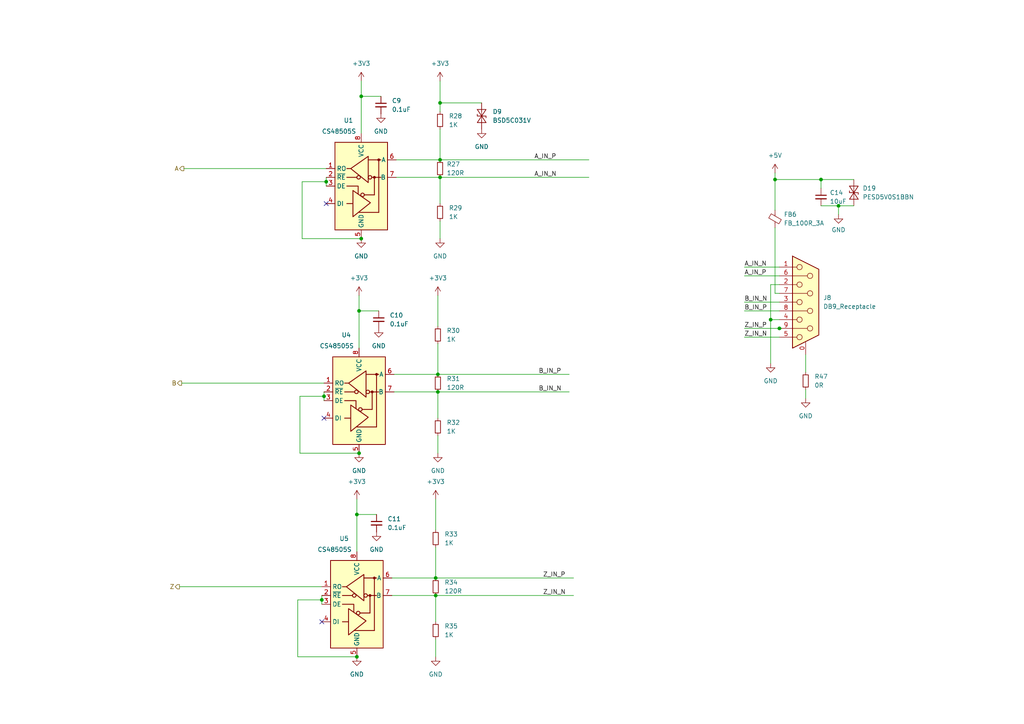
<source format=kicad_sch>
(kicad_sch (version 20230121) (generator eeschema)
  (paper "A4")
  (lib_symbols
    (symbol "Device:C_Small" (pin_numbers hide) (pin_names (offset 0.254) hide)
      (property "Reference" "C" (at 0.254 1.778 0))
      (property "Value" "C_Small" (at 0.254 -2.032 0))
      (symbol "C_Small_0_1"
        (polyline (pts (xy -1.524 -0.508) (xy 1.524 -0.508)) (stroke (width 0.3302)))
        (polyline (pts (xy -1.524 0.508) (xy 1.524 0.508)) (stroke (width 0.3048)))
      )
      (symbol "C_Small_1_1"
        (pin passive line (at 0 2.54 270) (length 2.032) (name "~") (number "1"))
        (pin passive line (at 0 -2.54 90) (length 2.032) (name "~") (number "2"))
      )
    )
    (symbol "Device:R_Small" (pin_numbers hide) (pin_names (offset 0.254) hide)
      (property "Reference" "R" (at 0.762 0.508 0))
      (property "Value" "R_Small" (at 0.762 -1.016 0))
      (symbol "R_Small_0_1"
        (rectangle (start -0.762 1.778) (end 0.762 -1.778) (stroke (width 0.2032)))
      )
      (symbol "R_Small_1_1"
        (pin passive line (at 0 2.54 270) (length 0.762) (name "~") (number "1"))
        (pin passive line (at 0 -2.54 90) (length 0.762) (name "~") (number "2"))
      )
    )
    (symbol "hadv-connectors:DB9_Receptacle" (pin_names (offset 1.016) hide)
      (property "Reference" "J" (at 0 16.51 0))
      (property "Value" "DB9_Receptacle" (at 0 14.605 0))
      (symbol "DB9_Receptacle_0_1"
        (circle (center -1.778 -10.16) (radius 0.762))
        (circle (center -1.778 -5.08) (radius 0.762))
        (circle (center -1.778 0) (radius 0.762))
        (circle (center -1.778 5.08) (radius 0.762))
        (circle (center -1.778 10.16) (radius 0.762))
        (polyline (pts (xy -3.81 -10.16) (xy -2.54 -10.16)))
        (polyline (pts (xy -3.81 -7.62) (xy 0.508 -7.62)))
        (polyline (pts (xy -3.81 -5.08) (xy -2.54 -5.08)))
        (polyline (pts (xy -3.81 -2.54) (xy 0.508 -2.54)))
        (polyline (pts (xy -3.81 0) (xy -2.54 0)))
        (polyline (pts (xy -3.81 2.54) (xy 0.508 2.54)))
        (polyline (pts (xy -3.81 5.08) (xy -2.54 5.08)))
        (polyline (pts (xy -3.81 7.62) (xy 0.508 7.62)))
        (polyline (pts (xy -3.81 10.16) (xy -2.54 10.16)))
        (polyline (pts (xy -3.81 13.335) (xy -3.81 -13.335) (xy 3.81 -9.525) (xy 3.81 9.525) (xy -3.81 13.335)) (stroke (width 0.254)) (fill (type background)))
        (circle (center 1.27 -7.62) (radius 0.762))
        (circle (center 1.27 -2.54) (radius 0.762))
        (circle (center 1.27 2.54) (radius 0.762))
        (circle (center 1.27 7.62) (radius 0.762))
      )
      (symbol "DB9_Receptacle_1_1"
        (pin passive line (at 0 -15.24 90) (length 3.81) (name "PAD") (number "0"))
        (pin passive line (at -7.62 10.16 0) (length 3.81) (name "1") (number "1"))
        (pin passive line (at -7.62 5.08 0) (length 3.81) (name "2") (number "2"))
        (pin passive line (at -7.62 0 0) (length 3.81) (name "3") (number "3"))
        (pin passive line (at -7.62 -5.08 0) (length 3.81) (name "4") (number "4"))
        (pin passive line (at -7.62 -10.16 0) (length 3.81) (name "5") (number "5"))
        (pin passive line (at -7.62 7.62 0) (length 3.81) (name "6") (number "6"))
        (pin passive line (at -7.62 2.54 0) (length 3.81) (name "7") (number "7"))
        (pin passive line (at -7.62 -2.54 0) (length 3.81) (name "8") (number "8"))
        (pin passive line (at -7.62 -7.62 0) (length 3.81) (name "9") (number "9"))
      )
    )
    (symbol "hadv-interface:CS48505S"
      (property "Reference" "U" (at -6.985 13.97 0))
      (property "Value" "CS48505S" (at 7.62 13.97 0))
      (symbol "CS48505S_0_1"
        (rectangle (start -7.62 12.7) (end 7.62 -12.7) (stroke (width 0.254)) (fill (type background)))
        (polyline (pts (xy -4.191 2.54) (xy -1.27 2.54)) (stroke (width 0.254)))
        (polyline (pts (xy -2.54 -5.08) (xy -4.191 -5.08)) (stroke (width 0.254)))
        (polyline (pts (xy -0.635 -7.62) (xy 5.08 -7.62)) (stroke (width 0.254)))
        (polyline (pts (xy 0.889 -2.54) (xy 3.81 -2.54)) (stroke (width 0.254)))
        (polyline (pts (xy 2.032 7.62) (xy 5.715 7.62)) (stroke (width 0.254)))
        (polyline (pts (xy 3.048 2.54) (xy 5.715 2.54)) (stroke (width 0.254)))
        (polyline (pts (xy 3.81 -2.54) (xy 3.81 2.54)) (stroke (width 0.254)))
        (polyline (pts (xy 5.08 -7.62) (xy 5.08 7.62)) (stroke (width 0.254)))
        (polyline (pts (xy -4.191 0) (xy -0.889 0) (xy -0.889 -2.286)) (stroke (width 0.254)))
        (polyline (pts (xy -3.175 5.08) (xy -4.191 5.08) (xy -4.064 5.08)) (stroke (width 0.254)))
        (polyline (pts (xy -2.413 -5.08) (xy -2.413 -1.27) (xy 2.667 -4.826) (xy -2.413 -8.89) (xy -2.413 -5.08)) (stroke (width 0.254)))
        (circle (center 0.381 -2.54) (radius 0.508) (stroke (width 0.254)))
        (circle (center 3.81 2.54) (radius 0.2794) (stroke (width 0.254)) (fill (type outline)))
      )
      (symbol "CS48505S_1_1"
        (circle (center -0.762 2.54) (radius 0.508) (stroke (width 0.254)))
        (polyline (pts (xy 2.032 4.826) (xy 2.032 8.636) (xy -3.048 5.08) (xy 2.032 1.016) (xy 2.032 4.826)) (stroke (width 0.254)))
        (circle (center 2.54 2.54) (radius 0.508) (stroke (width 0.254)))
        (circle (center 5.08 7.62) (radius 0.2794) (stroke (width 0.254)) (fill (type outline)))
        (pin output line (at -10.16 5.08 0) (length 2.54) (name "RO") (number "1"))
        (pin input line (at -10.16 2.54 0) (length 2.54) (name "~{RE}") (number "2"))
        (pin input line (at -10.16 0 0) (length 2.54) (name "DE") (number "3"))
        (pin input line (at -10.16 -5.08 0) (length 2.54) (name "DI") (number "4"))
        (pin power_in line (at 0 -15.24 90) (length 2.54) (name "GND") (number "5"))
        (pin bidirectional line (at 10.16 7.62 180) (length 2.54) (name "A") (number "6"))
        (pin bidirectional line (at 10.16 2.54 180) (length 2.54) (name "B") (number "7"))
        (pin power_in line (at 0 15.24 270) (length 2.54) (name "VCC") (number "8"))
      )
    )
    (symbol "hadv-passives:FB_100R_3A" (pin_numbers hide) (pin_names (offset 0))
      (property "Reference" "FB" (at 1.905 1.27 0))
      (property "Value" "FB_100R_3A" (at 1.905 -1.27 0))
      (symbol "FB_100R_3A_0_1"
        (polyline (pts (xy 0 -1.27) (xy 0 -0.7874)))
        (polyline (pts (xy 0 0.889) (xy 0 1.2954)))
        (polyline (pts (xy -1.8288 0.2794) (xy -1.1176 1.4986) (xy 1.8288 -0.2032) (xy 1.1176 -1.4224) (xy -1.8288 0.2794)))
      )
      (symbol "FB_100R_3A_1_1"
        (pin passive line (at 0 2.54 270) (length 1.27) (name "~") (number "1"))
        (pin passive line (at 0 -2.54 90) (length 1.27) (name "~") (number "2"))
      )
    )
    (symbol "hadv-protection:BSD5C031V" (pin_numbers hide) (pin_names (offset 1.016) hide)
      (property "Reference" "D" (at 0 2.54 0))
      (property "Value" "BSD5C031V" (at 0 -2.54 0))
      (symbol "BSD5C031V_0_1"
        (polyline (pts (xy 1.27 0) (xy -1.27 0)))
        (polyline (pts (xy -1.905 -1.27) (xy 0 0) (xy -1.905 1.27) (xy -1.905 -1.27)) (stroke (width 0.2032)))
        (polyline (pts (xy 0.508 1.27) (xy 0 1.27) (xy 0 -1.27) (xy -0.508 -1.27)) (stroke (width 0.2032)))
        (polyline (pts (xy 1.905 1.27) (xy 1.905 -1.27) (xy 0 0) (xy 1.905 1.27)) (stroke (width 0.2032)))
      )
      (symbol "BSD5C031V_1_1"
        (pin passive line (at -3.81 0 0) (length 2.54) (name "A1") (number "1"))
        (pin passive line (at 3.81 0 180) (length 2.54) (name "A2") (number "2"))
      )
    )
    (symbol "hadv-protection:PESD5V0S1BBN" (pin_numbers hide) (pin_names (offset 1.016) hide)
      (property "Reference" "D" (at 0 2.54 0))
      (property "Value" "PESD5V0S1BBN" (at 0 -2.54 0))
      (symbol "PESD5V0S1BBN_0_1"
        (polyline (pts (xy 1.27 0) (xy -1.27 0)))
        (polyline (pts (xy -1.905 -1.27) (xy 0 0) (xy -1.905 1.27) (xy -1.905 -1.27)) (stroke (width 0.2032)))
        (polyline (pts (xy 0.508 1.27) (xy 0 1.27) (xy 0 -1.27) (xy -0.508 -1.27)) (stroke (width 0.2032)))
        (polyline (pts (xy 1.905 1.27) (xy 1.905 -1.27) (xy 0 0) (xy 1.905 1.27)) (stroke (width 0.2032)))
      )
      (symbol "PESD5V0S1BBN_1_1"
        (pin passive line (at -3.81 0 0) (length 2.54) (name "A1") (number "1"))
        (pin passive line (at 3.81 0 180) (length 2.54) (name "A2") (number "2"))
      )
    )
    (symbol "power:+3V3" (power) (pin_names (offset 0))
      (property "Value" "+3V3" (at 0 3.556 0))
      (symbol "+3V3_0_1"
        (polyline (pts (xy -0.762 1.27) (xy 0 2.54)))
        (polyline (pts (xy 0 0) (xy 0 2.54)))
        (polyline (pts (xy 0 2.54) (xy 0.762 1.27)))
      )
      (symbol "+3V3_1_1"
        (pin power_in line (at 0 0 90) (length 0) hide (name "+3V3") (number "1"))
      )
    )
    (symbol "power:+5V" (power) (pin_names (offset 0))
      (property "Value" "+5V" (at 0 3.556 0))
      (symbol "+5V_0_1"
        (polyline (pts (xy -0.762 1.27) (xy 0 2.54)))
        (polyline (pts (xy 0 0) (xy 0 2.54)))
        (polyline (pts (xy 0 2.54) (xy 0.762 1.27)))
      )
      (symbol "+5V_1_1"
        (pin power_in line (at 0 0 90) (length 0) hide (name "+5V") (number "1"))
      )
    )
    (symbol "power:GND" (power) (pin_names (offset 0))
      (property "Value" "GND" (at 0 -3.81 0))
      (symbol "GND_0_1"
        (polyline (pts (xy 0 0) (xy 0 -1.27) (xy 1.27 -1.27) (xy 0 -2.54) (xy -1.27 -1.27) (xy 0 -1.27)))
      )
      (symbol "GND_1_1"
        (pin power_in line (at 0 0 270) (length 0) hide (name "GND") (number "1"))
      )
    )
  )
  (junction (at 226.06 95.25))
  (junction (at 103.505 190.5))
  (junction (at 127 113.665))
  (junction (at 223.52 92.71))
  (junction (at 238.125 52.07))
  (junction (at 127.635 51.435))
  (junction (at 224.79 52.07))
  (junction (at 104.775 69.215))
  (junction (at 93.98 114.935))
  (junction (at 104.14 90.17))
  (junction (at 104.14 131.445))
  (junction (at 126.365 167.64))
  (junction (at 94.615 52.705))
  (junction (at 127.635 29.845))
  (junction (at 104.775 27.94))
  (junction (at 243.205 59.69))
  (junction (at 93.345 173.99))
  (junction (at 127 108.585))
  (junction (at 103.505 149.225))
  (junction (at 126.365 172.72))
  (junction (at 127.635 46.355))
  (no_connect (at 93.345 180.34))
  (no_connect (at 94.615 59.055))
  (no_connect (at 93.98 121.285))
  (wire (pts (xy 94.615 52.705) (xy 94.615 53.975)))
  (wire (pts (xy 114.3 108.585) (xy 127 108.585)))
  (wire (pts (xy 52.705 111.125) (xy 93.98 111.125)))
  (wire (pts (xy 126.365 172.72) (xy 166.37 172.72)))
  (wire (pts (xy 224.79 66.04) (xy 224.79 85.09)))
  (wire (pts (xy 127.635 29.845) (xy 139.7 29.845)))
  (wire (pts (xy 93.98 114.935) (xy 86.995 114.935)))
  (wire (pts (xy 215.9 97.79) (xy 226.06 97.79)))
  (wire (pts (xy 93.345 173.99) (xy 93.345 175.26)))
  (wire (pts (xy 126.365 172.72) (xy 126.365 180.34)))
  (wire (pts (xy 127.635 29.845) (xy 127.635 32.385)))
  (wire (pts (xy 86.36 190.5) (xy 103.505 190.5)))
  (wire (pts (xy 223.52 82.55) (xy 223.52 92.71)))
  (wire (pts (xy 104.775 27.94) (xy 110.49 27.94)))
  (wire (pts (xy 87.63 52.705) (xy 87.63 69.215)))
  (wire (pts (xy 215.9 80.01) (xy 226.06 80.01)))
  (wire (pts (xy 243.205 59.69) (xy 243.205 62.23)))
  (wire (pts (xy 104.775 23.495) (xy 104.775 27.94)))
  (wire (pts (xy 93.98 113.665) (xy 93.98 114.935)))
  (wire (pts (xy 127.635 51.435) (xy 127.635 59.055)))
  (wire (pts (xy 126.365 167.64) (xy 166.37 167.64)))
  (wire (pts (xy 233.68 102.87) (xy 233.68 107.95)))
  (wire (pts (xy 104.14 85.725) (xy 104.14 90.17)))
  (wire (pts (xy 126.365 144.78) (xy 126.365 153.67)))
  (wire (pts (xy 127 85.725) (xy 127 94.615)))
  (wire (pts (xy 223.52 92.71) (xy 226.06 92.71)))
  (wire (pts (xy 114.935 46.355) (xy 127.635 46.355)))
  (wire (pts (xy 238.125 52.07) (xy 247.65 52.07)))
  (wire (pts (xy 127.635 37.465) (xy 127.635 46.355)))
  (wire (pts (xy 86.995 114.935) (xy 86.995 131.445)))
  (wire (pts (xy 243.205 59.69) (xy 247.65 59.69)))
  (wire (pts (xy 127 108.585) (xy 165.1 108.585)))
  (wire (pts (xy 127.635 69.215) (xy 127.635 64.135)))
  (wire (pts (xy 127.635 23.495) (xy 127.635 29.845)))
  (wire (pts (xy 127 99.695) (xy 127 108.585)))
  (wire (pts (xy 215.9 77.47) (xy 226.06 77.47)))
  (wire (pts (xy 224.79 52.07) (xy 224.79 60.96)))
  (wire (pts (xy 127 113.665) (xy 165.1 113.665)))
  (wire (pts (xy 126.365 190.5) (xy 126.365 185.42)))
  (wire (pts (xy 127 131.445) (xy 127 126.365)))
  (wire (pts (xy 104.14 90.17) (xy 109.855 90.17)))
  (wire (pts (xy 103.505 149.225) (xy 109.22 149.225)))
  (wire (pts (xy 86.36 173.99) (xy 86.36 190.5)))
  (wire (pts (xy 94.615 52.705) (xy 87.63 52.705)))
  (wire (pts (xy 53.34 48.895) (xy 94.615 48.895)))
  (wire (pts (xy 93.345 173.99) (xy 86.36 173.99)))
  (wire (pts (xy 113.665 167.64) (xy 126.365 167.64)))
  (wire (pts (xy 127.635 46.355) (xy 170.815 46.355)))
  (wire (pts (xy 233.68 113.03) (xy 233.68 115.57)))
  (wire (pts (xy 103.505 144.78) (xy 103.505 149.225)))
  (wire (pts (xy 87.63 69.215) (xy 104.775 69.215)))
  (wire (pts (xy 127 113.665) (xy 127 121.285)))
  (wire (pts (xy 238.125 54.61) (xy 238.125 52.07)))
  (wire (pts (xy 226.06 85.09) (xy 224.79 85.09)))
  (wire (pts (xy 224.79 52.07) (xy 238.125 52.07)))
  (wire (pts (xy 215.9 87.63) (xy 226.06 87.63)))
  (wire (pts (xy 93.345 172.72) (xy 93.345 173.99)))
  (wire (pts (xy 114.3 113.665) (xy 127 113.665)))
  (wire (pts (xy 215.9 90.17) (xy 226.06 90.17)))
  (wire (pts (xy 114.935 51.435) (xy 127.635 51.435)))
  (wire (pts (xy 223.52 92.71) (xy 223.52 105.41)))
  (wire (pts (xy 226.06 82.55) (xy 223.52 82.55)))
  (wire (pts (xy 104.775 27.94) (xy 104.775 38.735)))
  (wire (pts (xy 103.505 149.225) (xy 103.505 160.02)))
  (wire (pts (xy 113.665 172.72) (xy 126.365 172.72)))
  (wire (pts (xy 238.125 59.69) (xy 243.205 59.69)))
  (wire (pts (xy 93.98 114.935) (xy 93.98 116.205)))
  (wire (pts (xy 127.635 51.435) (xy 170.815 51.435)))
  (wire (pts (xy 215.9 95.25) (xy 226.06 95.25)))
  (wire (pts (xy 126.365 158.75) (xy 126.365 167.64)))
  (wire (pts (xy 104.14 90.17) (xy 104.14 100.965)))
  (wire (pts (xy 52.07 170.18) (xy 93.345 170.18)))
  (wire (pts (xy 224.79 50.165) (xy 224.79 52.07)))
  (wire (pts (xy 226.06 95.25) (xy 226.695 95.25)))
  (wire (pts (xy 94.615 51.435) (xy 94.615 52.705)))
  (wire (pts (xy 86.995 131.445) (xy 104.14 131.445)))
  (label "B_IN_N" (at 215.9 87.63 0))
  (label "B_IN_N" (at 156.21 113.665 0))
  (label "A_IN_P" (at 215.9 80.01 0))
  (label "Z_IN_N" (at 215.9 97.79 0))
  (label "A_IN_N" (at 154.94 51.435 0))
  (label "Z_IN_N" (at 157.48 172.72 0))
  (label "A_IN_P" (at 154.94 46.355 0))
  (label "A_IN_N" (at 215.9 77.47 0))
  (label "Z_IN_P" (at 215.9 95.25 0))
  (label "B_IN_P" (at 215.9 90.17 0))
  (label "B_IN_P" (at 156.21 108.585 0))
  (label "Z_IN_P" (at 157.48 167.64 0))
  (hierarchical_label "A" (shape output) (at 53.34 48.895 180))
  (hierarchical_label "B" (shape output) (at 52.705 111.125 180))
  (hierarchical_label "Z" (shape output) (at 52.07 170.18 180))
  (symbol (lib_id "Device:R_Small") (at 126.365 182.88 0) (unit 1)
    (property "Reference" "R35" (at 128.905 181.61 0) (effects (justify left)))
    (property "Value" "1K" (at 128.905 184.15 0) (effects (justify left)))
    (property "Footprint" "Resistor_SMD:R_0603_1608Metric" (effects hide))
  )
  (symbol (lib_id "power:+3V3") (at 104.775 23.495 0) (unit 1)
    (property "Reference" "#PWR040" (effects hide))
    (property "Value" "+3V3" (at 104.775 18.415 0))
  )
  (symbol (lib_id "power:GND") (at 127 131.445 0) (unit 1)
    (property "Reference" "#PWR050" (effects hide))
    (property "Value" "GND" (at 127 136.525 0))
  )
  (symbol (lib_id "power:+3V3") (at 104.14 85.725 0) (unit 1)
    (property "Reference" "#PWR043" (effects hide))
    (property "Value" "+3V3" (at 104.14 80.645 0))
  )
  (symbol (lib_id "Device:R_Small") (at 127 123.825 0) (unit 1)
    (property "Reference" "R32" (at 129.54 122.555 0) (effects (justify left)))
    (property "Value" "1K" (at 129.54 125.095 0) (effects (justify left)))
    (property "Footprint" "Resistor_SMD:R_0603_1608Metric" (effects hide))
  )
  (symbol (lib_id "Device:C_Small") (at 109.855 92.71 0) (unit 1)
    (property "Reference" "C10" (at 113.03 91.4463 0) (effects (justify left)))
    (property "Value" "0.1uF" (at 113.03 93.9863 0) (effects (justify left)))
    (property "Footprint" "Capacitor_SMD:C_0603_1608Metric" (effects hide))
  )
  (symbol (lib_id "power:+3V3") (at 126.365 144.78 0) (unit 1)
    (property "Reference" "#PWR055" (effects hide))
    (property "Value" "+3V3" (at 126.365 139.7 0))
  )
  (symbol (lib_id "hadv-connectors:DB9_Receptacle") (at 233.68 87.63 0) (unit 1)
    (property "Reference" "J8" (at 238.76 86.36 0) (effects (justify left)))
    (property "Value" "DB9_Receptacle" (at 238.76 88.9 0) (effects (justify left)))
    (property "Footprint" "Connector_Dsub:DSUB-9_Female_Horizontal_P2.77x2.84mm_EdgePinOffset7.70mm_Housed_MountingHolesOffset9.12mm" (effects hide))
    (property "Datasheet" " ~" (effects hide))
    (property "MPN" "D-DMR009PF-D002" (effects hide))
    (property "Manufacturer" "Ckmtw" (effects hide))
    (property "LCSC#" "C141882" (effects hide))
  )
  (symbol (lib_id "power:GND") (at 127.635 69.215 0) (unit 1)
    (property "Reference" "#PWR045" (effects hide))
    (property "Value" "GND" (at 127.635 74.295 0))
  )
  (symbol (lib_id "Device:C_Small") (at 109.22 151.765 0) (unit 1)
    (property "Reference" "C11" (at 112.395 150.5013 0) (effects (justify left)))
    (property "Value" "0.1uF" (at 112.395 153.0413 0) (effects (justify left)))
    (property "Footprint" "Capacitor_SMD:C_0603_1608Metric" (effects hide))
  )
  (symbol (lib_id "power:GND") (at 109.22 154.305 0) (unit 1)
    (property "Reference" "#PWR054" (effects hide))
    (property "Value" "GND" (at 109.22 159.385 0))
  )
  (symbol (lib_id "hadv-interface:CS48505S") (at 103.505 175.26 0) (unit 1)
    (property "Reference" "U5" (at 98.425 156.21 0) (effects (justify left)))
    (property "Value" "CS48505S" (at 92.075 159.385 0) (effects (justify left)))
    (property "Footprint" "Package_SO:SOIC-8_3.9x4.9mm_P1.27mm" (effects hide))
    (property "Datasheet" "https://datasheet.lcsc.com/lcsc/2207041730_Chipanalog-CS48505S_C3202824.pdf" (effects hide))
    (property "MPN" "CS48505S" (effects hide))
    (property "Manufacturer" "Chipanalog" (effects hide))
    (property "LCSC#" "C3202824" (effects hide))
  )
  (symbol (lib_id "power:+5V") (at 224.79 50.165 0) (unit 1)
    (property "Reference" "#PWR080" (effects hide))
    (property "Value" "+5V" (at 224.79 45.085 0))
  )
  (symbol (lib_id "hadv-passives:FB_100R_3A") (at 224.79 63.5 0) (unit 1)
    (property "Reference" "FB6" (at 227.33 62.1919 0) (effects (justify left)))
    (property "Value" "FB_100R_3A" (at 227.33 64.7319 0) (effects (justify left)))
    (property "Footprint" "Inductor_SMD:L_0603_1608Metric" (effects hide))
    (property "MPN" "UPZ1608E101-3R0TF" (effects hide))
    (property "Manufacturer" "Sunlord" (effects hide))
    (property "LCSC#" "C96995" (effects hide))
  )
  (symbol (lib_id "Device:R_Small") (at 126.365 156.21 0) (unit 1)
    (property "Reference" "R33" (at 128.905 154.94 0) (effects (justify left)))
    (property "Value" "1K" (at 128.905 157.48 0) (effects (justify left)))
    (property "Footprint" "Resistor_SMD:R_0603_1608Metric" (effects hide))
  )
  (symbol (lib_id "power:+3V3") (at 127.635 23.495 0) (unit 1)
    (property "Reference" "#PWR044" (effects hide))
    (property "Value" "+3V3" (at 127.635 18.415 0))
  )
  (symbol (lib_id "power:GND") (at 233.68 115.57 0) (unit 1)
    (property "Reference" "#PWR051" (effects hide))
    (property "Value" "GND" (at 233.68 120.65 0))
  )
  (symbol (lib_id "power:+3V3") (at 103.505 144.78 0) (unit 1)
    (property "Reference" "#PWR052" (effects hide))
    (property "Value" "+3V3" (at 103.505 139.7 0))
  )
  (symbol (lib_id "hadv-protection:PESD5V0S1BBN") (at 247.65 55.88 90) (unit 1)
    (property "Reference" "D19" (at 250.19 54.61 90) (effects (justify right)))
    (property "Value" "PESD5V0S1BBN" (at 250.19 57.15 90) (effects (justify right)))
    (property "Footprint" "Diode_SMD:D_SOD-523" (effects hide))
    (property "Datasheet" "https://datasheet.lcsc.com/lcsc/1912111437_BORN-PESD5V0S1BBN_C314264.pdf" (effects hide))
    (property "MPN" "PESD5V0S1BBN" (effects hide))
    (property "Manufacturer" "BORN" (effects hide))
    (property "LCSC#" "C314264" (effects hide))
  )
  (symbol (lib_id "Device:R_Small") (at 127.635 61.595 0) (unit 1)
    (property "Reference" "R29" (at 130.175 60.325 0) (effects (justify left)))
    (property "Value" "1K" (at 130.175 62.865 0) (effects (justify left)))
    (property "Footprint" "Resistor_SMD:R_0603_1608Metric" (effects hide))
  )
  (symbol (lib_id "power:GND") (at 243.205 62.23 0) (unit 1)
    (property "Reference" "#PWR087" (effects hide))
    (property "Value" "GND" (at 243.205 66.675 0))
  )
  (symbol (lib_id "power:+3V3") (at 127 85.725 0) (unit 1)
    (property "Reference" "#PWR049" (effects hide))
    (property "Value" "+3V3" (at 127 80.645 0))
  )
  (symbol (lib_id "Device:R_Small") (at 127 97.155 0) (unit 1)
    (property "Reference" "R30" (at 129.54 95.885 0) (effects (justify left)))
    (property "Value" "1K" (at 129.54 98.425 0) (effects (justify left)))
    (property "Footprint" "Resistor_SMD:R_0603_1608Metric" (effects hide))
  )
  (symbol (lib_id "hadv-protection:BSD5C031V") (at 139.7 33.655 270) (unit 1)
    (property "Reference" "D9" (at 142.875 32.385 90) (effects (justify left)))
    (property "Value" "BSD5C031V" (at 142.875 34.925 90) (effects (justify left)))
    (property "Footprint" "Diode_SMD:D_SOD-523" (effects hide))
    (property "Datasheet" "https://datasheet.lcsc.com/lcsc/1912111437_BORN-BSD5C031V_C151984.pdf" (effects hide))
    (property "MPN" "BSD5C031V" (effects hide))
    (property "Manufacturer" "BORN" (effects hide))
    (property "LCSC#" "C151984" (effects hide))
  )
  (symbol (lib_id "power:GND") (at 109.855 95.25 0) (unit 1)
    (property "Reference" "#PWR048" (effects hide))
    (property "Value" "GND" (at 109.855 100.33 0))
  )
  (symbol (lib_id "power:GND") (at 139.7 37.465 0) (unit 1)
    (property "Reference" "#PWR046" (effects hide))
    (property "Value" "GND" (at 139.7 42.545 0))
  )
  (symbol (lib_id "hadv-interface:CS48505S") (at 104.14 116.205 0) (unit 1)
    (property "Reference" "U4" (at 99.06 97.155 0) (effects (justify left)))
    (property "Value" "CS48505S" (at 92.71 100.33 0) (effects (justify left)))
    (property "Footprint" "Package_SO:SOIC-8_3.9x4.9mm_P1.27mm" (effects hide))
    (property "Datasheet" "https://datasheet.lcsc.com/lcsc/2207041730_Chipanalog-CS48505S_C3202824.pdf" (effects hide))
    (property "MPN" "CS48505S" (effects hide))
    (property "Manufacturer" "Chipanalog" (effects hide))
    (property "LCSC#" "C3202824" (effects hide))
  )
  (symbol (lib_id "Device:R_Small") (at 126.365 170.18 0) (unit 1)
    (property "Reference" "R34" (at 128.905 168.91 0) (effects (justify left)))
    (property "Value" "120R" (at 128.905 171.45 0) (effects (justify left)))
    (property "Footprint" "Resistor_SMD:R_0603_1608Metric" (effects hide))
  )
  (symbol (lib_id "Device:R_Small") (at 233.68 110.49 0) (unit 1)
    (property "Reference" "R47" (at 236.22 109.22 0) (effects (justify left)))
    (property "Value" "0R" (at 236.22 111.76 0) (effects (justify left)))
    (property "Footprint" "Resistor_SMD:R_0603_1608Metric" (effects hide))
  )
  (symbol (lib_id "power:GND") (at 223.52 105.41 0) (unit 1)
    (property "Reference" "#PWR057" (effects hide))
    (property "Value" "GND" (at 223.52 110.49 0))
  )
  (symbol (lib_id "Device:R_Small") (at 127.635 34.925 0) (unit 1)
    (property "Reference" "R28" (at 130.175 33.655 0) (effects (justify left)))
    (property "Value" "1K" (at 130.175 36.195 0) (effects (justify left)))
    (property "Footprint" "Resistor_SMD:R_0603_1608Metric" (effects hide))
  )
  (symbol (lib_id "power:GND") (at 104.775 69.215 0) (unit 1)
    (property "Reference" "#PWR042" (effects hide))
    (property "Value" "GND" (at 104.775 74.295 0))
  )
  (symbol (lib_id "Device:C_Small") (at 238.125 57.15 0) (unit 1)
    (property "Reference" "C14" (at 240.665 55.8863 0) (effects (justify left)))
    (property "Value" "10uF" (at 240.665 58.4263 0) (effects (justify left)))
    (property "Footprint" "Capacitor_SMD:C_0805_2012Metric" (effects hide))
    (property "LCSC#" "C440198" (effects hide))
    (property "MPN" "GRM21BR61H106KE43L" (effects hide))
    (instances (project "colorlight-cnc-proto" (path "" (reference "C14") (unit 1)) (path "" (reference "C21") (unit 1))))
  )
  (symbol (lib_id "hadv-interface:CS48505S") (at 104.775 53.975 0) (unit 1)
    (property "Reference" "U1" (at 99.695 34.925 0) (effects (justify left)))
    (property "Value" "CS48505S" (at 93.345 38.1 0) (effects (justify left)))
    (property "Footprint" "Package_SO:SOIC-8_3.9x4.9mm_P1.27mm" (effects hide))
    (property "Datasheet" "https://datasheet.lcsc.com/lcsc/2207041730_Chipanalog-CS48505S_C3202824.pdf" (effects hide))
    (property "MPN" "CS48505S" (effects hide))
    (property "Manufacturer" "Chipanalog" (effects hide))
    (property "LCSC#" "C3202824" (effects hide))
  )
  (symbol (lib_id "power:GND") (at 103.505 190.5 0) (unit 1)
    (property "Reference" "#PWR053" (effects hide))
    (property "Value" "GND" (at 103.505 195.58 0))
  )
  (symbol (lib_id "Device:C_Small") (at 110.49 30.48 0) (unit 1)
    (property "Reference" "C9" (at 113.665 29.2163 0) (effects (justify left)))
    (property "Value" "0.1uF" (at 113.665 31.7563 0) (effects (justify left)))
    (property "Footprint" "Capacitor_SMD:C_0603_1608Metric" (effects hide))
  )
  (symbol (lib_id "power:GND") (at 110.49 33.02 0) (unit 1)
    (property "Reference" "#PWR041" (effects hide))
    (property "Value" "GND" (at 110.49 38.1 0))
  )
  (symbol (lib_id "Device:R_Small") (at 127 111.125 0) (unit 1)
    (property "Reference" "R31" (at 129.54 109.855 0) (effects (justify left)))
    (property "Value" "120R" (at 129.54 112.395 0) (effects (justify left)))
    (property "Footprint" "Resistor_SMD:R_0603_1608Metric" (effects hide))
  )
  (symbol (lib_id "power:GND") (at 126.365 190.5 0) (unit 1)
    (property "Reference" "#PWR056" (effects hide))
    (property "Value" "GND" (at 126.365 195.58 0))
  )
  (symbol (lib_id "Device:R_Small") (at 127.635 48.895 180) (unit 1)
    (property "Reference" "R27" (at 129.54 47.625 0) (effects (justify right)))
    (property "Value" "120R" (at 129.54 50.165 0) (effects (justify right)))
    (property "Footprint" "Resistor_SMD:R_0603_1608Metric" (effects hide))
  )
  (symbol (lib_id "power:GND") (at 104.14 131.445 0) (unit 1)
    (property "Reference" "#PWR047" (effects hide))
    (property "Value" "GND" (at 104.14 136.525 0))
  )
)
</source>
